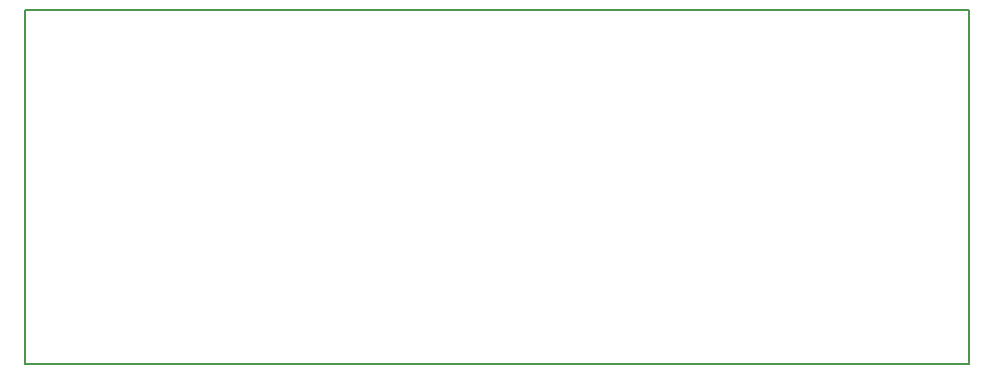
<source format=gbr>
%TF.GenerationSoftware,KiCad,Pcbnew,(5.1.10)-1*%
%TF.CreationDate,2021-05-26T08:23:36+03:00*%
%TF.ProjectId,SGX-CH4-sensor,5347582d-4348-4342-9d73-656e736f722e,rev?*%
%TF.SameCoordinates,Original*%
%TF.FileFunction,Profile,NP*%
%FSLAX46Y46*%
G04 Gerber Fmt 4.6, Leading zero omitted, Abs format (unit mm)*
G04 Created by KiCad (PCBNEW (5.1.10)-1) date 2021-05-26 08:23:36*
%MOMM*%
%LPD*%
G01*
G04 APERTURE LIST*
%TA.AperFunction,Profile*%
%ADD10C,0.150000*%
%TD*%
G04 APERTURE END LIST*
D10*
X140000000Y-120000000D02*
X60000000Y-120000000D01*
X140000000Y-120000000D02*
X140000000Y-90000000D01*
X60000000Y-120000000D02*
X60000000Y-90000000D01*
X60000000Y-90000000D02*
X140000000Y-90000000D01*
M02*

</source>
